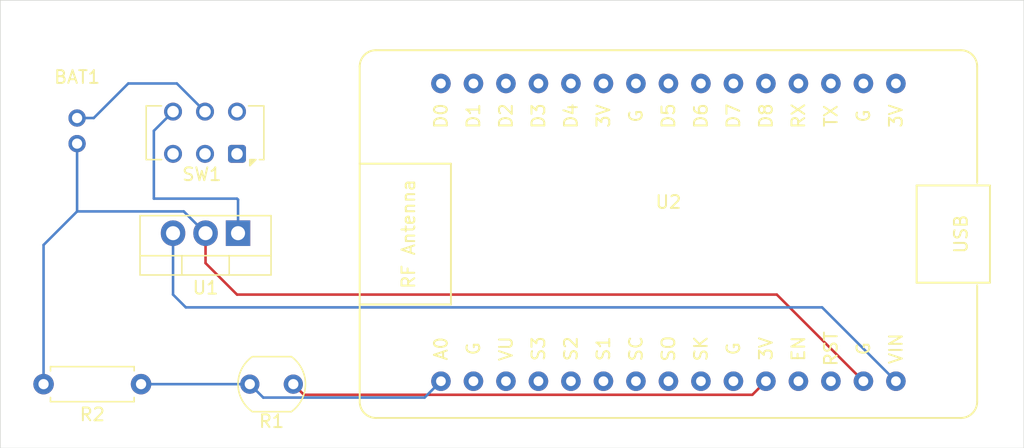
<source format=kicad_pcb>
(kicad_pcb (version 20240108) (generator "pcbnew") (generator_version "8.0")
  (layers (0 "F.Cu" signal) (31 "B.Cu" signal) (34 "B.Paste" user) (35 "F.Paste" user) (36 "B.SilkS" user "B.Silkscreen") (37 "F.SilkS" user "F.Silkscreen") (38 "B.Mask" user) (39 "F.Mask" user) (44 "Edge.Cuts" user))
  (net 0 "")
  (net 1 "GND")
  (net 2 "+9V")
  (net 3 "+3V3")
  (net 4 "Net-(U2-A0(ADC0))")
  (net 7 "Net-(U1-VI)")
  (net 10 "+5V")
  (footprint "Package_TO_SOT_THT:TO-220-3_Vertical" (layer "F.Cu") (at 150.08 87.7 180)
    (property "Reference" "U1" (at 2.54 -4.27 0) (layer "F.SilkS"))
    (property "Value" "DC-DC_Converter_Step-Down_5V_1A" (hide yes))
    (fp_line (start 7.66 -3.27) (end 7.66 1.371) (stroke (width 0.12)) (layer "F.SilkS"))
    (fp_line (start 4.391 -3.27) (end 4.391 -1.76) (stroke (width 0.12)) (layer "F.SilkS"))
    (fp_line (start 0.69 -3.27) (end 0.69 -1.76) (stroke (width 0.12)) (layer "F.SilkS"))
    (fp_line (start -2.58 1.371) (end 7.66 1.371) (stroke (width 0.12)) (layer "F.SilkS"))
    (fp_line (start -2.58 -1.76) (end 7.66 -1.76) (stroke (width 0.12)) (layer "F.SilkS"))
    (fp_line (start -2.58 -3.27) (end 7.66 -3.27) (stroke (width 0.12)) (layer "F.SilkS"))
    (fp_line (start -2.58 -3.27) (end -2.58 1.371) (stroke (width 0.12)) (layer "F.SilkS"))
    (pad "1" thru_hole rect (at 0 0 180) (size 1.905 2) (drill 1.1) (layers "*.Cu" "*.Mask") (net 7 "Net-(U1-VI)"))
    (pad "2" thru_hole oval (at 2.54 0 180) (size 1.905 2) (drill 1.1) (layers "*.Cu" "*.Mask") (net 1 "GND"))
    (pad "3" thru_hole oval (at 5.08 0 180) (size 1.905 2) (drill 1.1) (layers "*.Cu" "*.Mask") (net 10 "+5V"))
  )
  (footprint "Resistor_THT:R_Axial_DIN0207_L6.3mm_D2.5mm_P7.62mm_Horizontal" (layer "F.Cu") (at 142.5 99.5 180)
    (property "Reference" "R2" (at 3.81 -2.37 0) (layer "F.SilkS"))
    (property "Value" "10ΚΩ")
    (fp_line (start 7.08 1.37) (end 7.08 1.04) (stroke (width 0.12)) (layer "F.SilkS"))
    (fp_line (start 7.08 -1.37) (end 7.08 -1.04) (stroke (width 0.12)) (layer "F.SilkS"))
    (fp_line (start 0.54 1.37) (end 7.08 1.37) (stroke (width 0.12)) (layer "F.SilkS"))
    (fp_line (start 0.54 1.04) (end 0.54 1.37) (stroke (width 0.12)) (layer "F.SilkS"))
    (fp_line (start 0.54 -1.04) (end 0.54 -1.37) (stroke (width 0.12)) (layer "F.SilkS"))
    (fp_line (start 0.54 -1.37) (end 7.08 -1.37) (stroke (width 0.12)) (layer "F.SilkS"))
    (pad "1" thru_hole circle (at 0 0 180) (size 1.6 1.6) (drill 0.8) (layers "*.Cu" "*.Mask") (net 4 "Net-(U2-A0(ADC0))"))
    (pad "2" thru_hole oval (at 7.62 0 180) (size 1.6 1.6) (drill 0.8) (layers "*.Cu" "*.Mask") (net 1 "GND"))
  )
  (footprint "OptoDevice:R_LDR_5.1x4.3mm_P3.4mm_Vertical" (layer "F.Cu") (at 154.4 99.5 180)
    (property "Reference" "R1" (at 1.7 -2.9 0) (layer "F.SilkS"))
    (property "Value" "Photo Resistor LDR 5mm")
    (fp_line (start 0.15 2.15) (end 3.2 2.15) (stroke (width 0.12)) (layer "F.SilkS"))
    (fp_line (start 0.15 -2.15) (end 3.2 -2.15) (stroke (width 0.12)) (layer "F.SilkS"))
    (fp_arc (start 3.2 -2.15) (mid 4.321403 -0.027338) (end 3.244513 2.118249) (stroke (width 0.12)) (layer "F.SilkS"))
    (fp_arc (start 0.15 2.15) (mid -0.950438 -0.013368) (end 0.171766 -2.165525) (stroke (width 0.12)) (layer "F.SilkS"))
    (pad "1" thru_hole circle (at 0 0 180) (size 1.5 1.5) (drill 0.8) (layers "*.Cu" "*.Mask") (net 3 "+3V3"))
    (pad "2" thru_hole circle (at 3.4 0 180) (size 1.5 1.5) (drill 0.8) (layers "*.Cu" "*.Mask") (net 4 "Net-(U2-A0(ADC0))"))
  )
  (footprint "! Grobotronics:Battery_Clip_9V" (layer "F.Cu") (at 137.5 79.2)
    (property "Reference" "BAT1" (at 0 -3.7 0) (layer "F.SilkS"))
    (property "Value" "Battery Clip 9V" (hide yes))
    (pad "+" thru_hole oval (at 0 -0.5) (size 1.35 1.35) (drill 0.8) (layers "*.Cu" "*.Mask") (net 2 "+9V"))
    (pad "-" thru_hole oval (at 0 1.5) (size 1.35 1.35) (drill 0.8) (layers "*.Cu" "*.Mask") (net 1 "GND"))
  )
  (footprint "! Grobotronics:NodeMCU - Lua based ESP8266" (layer "F.Cu") (at 183.72 87.77 90)
    (property "Reference" "U2" (at 2.5 0 0) (layer "F.SilkS"))
    (property "Value" "NodeMCU_Lua_based_ESP8266")
    (fp_line (start 13.101974 -24.13) (end -13 -24.13) (stroke (width 0.15)) (layer "F.SilkS"))
    (fp_line (start 5.5 -24.13) (end 5.5 -17) (stroke (width 0.15)) (layer "F.SilkS"))
    (fp_line (start 14.371974 -22.86) (end 14.371974 22.86) (stroke (width 0.15)) (layer "F.SilkS"))
    (fp_line (start -14.371974 -22.86) (end -14.371974 22.86) (stroke (width 0.15)) (layer "F.SilkS"))
    (fp_line (start 5.5 -17) (end -5.5 -17) (stroke (width 0.15)) (layer "F.SilkS"))
    (fp_line (start -5.5 -17) (end -5.5 -24.13) (stroke (width 0.15)) (layer "F.SilkS"))
    (fp_line (start 3.8 19.4) (end 3.8 25.13) (stroke (width 0.15)) (layer "F.SilkS"))
    (fp_line (start -3.8 19.4) (end 3.8 19.4) (stroke (width 0.15)) (layer "F.SilkS"))
    (fp_line (start 13.111974 24.13) (end 4 24.13) (stroke (width 0.15)) (layer "F.SilkS"))
    (fp_line (start -4 24.13) (end -13.101974 24.13) (stroke (width 0.15)) (layer "F.SilkS"))
    (fp_line (start 3.8 25.13) (end -3.8 25.13) (stroke (width 0.15)) (layer "F.SilkS"))
    (fp_line (start -3.8 25.13) (end -3.8 19.4) (stroke (width 0.15)) (layer "F.SilkS"))
    (fp_arc (start 13.101974 -24.13) (mid 14.000016 -23.758035) (end 14.371974 -22.86) (stroke (width 0.15)) (layer "F.SilkS"))
    (fp_arc (start -14.371974 -22.86) (mid -14 -23.758026) (end -13.101974 -24.13) (stroke (width 0.15)) (layer "F.SilkS"))
    (fp_arc (start 14.371974 22.86) (mid 13.999994 23.758021) (end 13.101974 24.13) (stroke (width 0.15)) (layer "F.SilkS"))
    (fp_arc (start -13.101974 24.13) (mid -14 23.758026) (end -14.371974 22.86) (stroke (width 0.15)) (layer "F.SilkS"))
    (fp_text user "D4" (at 9.23 -7.62 90) (layer "F.SilkS"))
    (fp_text user "S2" (at -8.96 -7.62 90) (layer "F.SilkS"))
    (fp_text user "SO" (at -8.96 0 90) (layer "F.SilkS"))
    (fp_text user "TX" (at 9.23 12.7 90) (layer "F.SilkS"))
    (fp_text user "G" (at 9.23 15.24 90) (layer "F.SilkS"))
    (fp_text user "D8" (at 9.23 7.62 90) (layer "F.SilkS"))
    (fp_text user "SK" (at -8.96 2.54 90) (layer "F.SilkS"))
    (fp_text user "G" (at 9.23 -2.54 90) (layer "F.SilkS"))
    (fp_text user "D6" (at 9.23 2.54 90) (layer "F.SilkS"))
    (fp_text user "3V" (at 9.23 17.78 90) (layer "F.SilkS"))
    (fp_text user "USB" (at 0 22.86 90) (layer "F.SilkS"))
    (fp_text user "RF Antenna" (at 0 -20.32 90) (layer "F.SilkS"))
    (fp_text user "3V" (at -8.96 7.62 90) (layer "F.SilkS"))
    (fp_text user "VU" (at -8.96 -12.7 90) (layer "F.SilkS"))
    (fp_text user "EN" (at -8.96 10.16 90) (layer "F.SilkS"))
    (fp_text user "A0" (at -8.96 -17.78 90) (layer "F.SilkS"))
    (fp_text user "RST" (at -8.96 12.7 90) (layer "F.SilkS"))
    (fp_text user "D7" (at 9.23 5.08 90) (layer "F.SilkS"))
    (fp_text user "S1" (at -8.96 -5.08 90) (layer "F.SilkS"))
    (fp_text user "D0" (at 9.23 -17.78 90) (layer "F.SilkS"))
    (fp_text user "D2" (at 9.23 -12.7 90) (layer "F.SilkS"))
    (fp_text user "D3" (at 9.23 -10.16 90) (layer "F.SilkS"))
    (fp_text user "S3" (at -8.96 -10.16 90) (layer "F.SilkS"))
    (fp_text user "RX" (at 9.23 10.16 90) (layer "F.SilkS"))
    (fp_text user "D5" (at 9.23 0 90) (layer "F.SilkS"))
    (fp_text user "G" (at -8.96 15.24 90) (layer "F.SilkS"))
    (fp_text user "D1" (at 9.23 -15.24 90) (layer "F.SilkS"))
    (fp_text user "SC" (at -8.96 -2.54 90) (layer "F.SilkS"))
    (fp_text user "G" (at -8.96 -15.24 90) (layer "F.SilkS"))
    (fp_text user "G" (at -8.96 5.08 90) (layer "F.SilkS"))
    (fp_text user "3V" (at 9.23 -5.08 90) (layer "F.SilkS"))
    (fp_text user "VIN" (at -8.96 17.78 90) (layer "F.SilkS"))
    (pad "1" thru_hole circle (at -11.5 -17.78 90) (size 1.524 1.524) (drill 0.762) (layers "*.Cu" "*.Mask") (net 4 "Net-(U2-A0(ADC0))"))
    (pad "2" thru_hole circle (at -11.5 -15.24 90) (size 1.524 1.524) (drill 0.762) (layers "*.Cu" "*.Mask"))
    (pad "3" thru_hole circle (at -11.5 -12.7 90) (size 1.524 1.524) (drill 0.762) (layers "*.Cu" "*.Mask"))
    (pad "4" thru_hole circle (at -11.5 -10.16 90) (size 1.524 1.524) (drill 0.762) (layers "*.Cu" "*.Mask"))
    (pad "5" thru_hole circle (at -11.5 -7.62 90) (size 1.524 1.524) (drill 0.762) (layers "*.Cu" "*.Mask"))
    (pad "6" thru_hole circle (at -11.5 -5.08 90) (size 1.524 1.524) (drill 0.762) (layers "*.Cu" "*.Mask"))
    (pad "7" thru_hole circle (at -11.5 -2.54 90) (size 1.524 1.524) (drill 0.762) (layers "*.Cu" "*.Mask"))
    (pad "8" thru_hole circle (at -11.5 0 90) (size 1.524 1.524) (drill 0.762) (layers "*.Cu" "*.Mask"))
    (pad "9" thru_hole circle (at -11.5 2.54 90) (size 1.524 1.524) (drill 0.762) (layers "*.Cu" "*.Mask"))
    (pad "10" thru_hole circle (at -11.5 5.08 90) (size 1.524 1.524) (drill 0.762) (layers "*.Cu" "*.Mask"))
    (pad "11" thru_hole circle (at -11.5 7.62 90) (size 1.524 1.524) (drill 0.762) (layers "*.Cu" "*.Mask") (net 3 "+3V3"))
    (pad "12" thru_hole circle (at -11.5 10.16 90) (size 1.524 1.524) (drill 0.762) (layers "*.Cu" "*.Mask"))
    (pad "13" thru_hole circle (at -11.5 12.7 90) (size 1.524 1.524) (drill 0.762) (layers "*.Cu" "*.Mask"))
    (pad "14" thru_hole circle (at -11.5 15.24 90) (size 1.524 1.524) (drill 0.762) (layers "*.Cu" "*.Mask") (net 1 "GND"))
    (pad "15" thru_hole circle (at -11.5 17.78 90) (size 1.524 1.524) (drill 0.762) (layers "*.Cu" "*.Mask") (net 10 "+5V"))
    (pad "16" thru_hole circle (at 11.77 17.78 90) (size 1.524 1.524) (drill 0.762) (layers "*.Cu" "*.Mask"))
    (pad "17" thru_hole circle (at 11.77 15.24 90) (size 1.524 1.524) (drill 0.762) (layers "*.Cu" "*.Mask"))
    (pad "18" thru_hole circle (at 11.77 12.7 90) (size 1.524 1.524) (drill 0.762) (layers "*.Cu" "*.Mask"))
    (pad "19" thru_hole circle (at 11.77 10.16 90) (size 1.524 1.524) (drill 0.762) (layers "*.Cu" "*.Mask"))
    (pad "20" thru_hole circle (at 11.77 7.62 90) (size 1.524 1.524) (drill 0.762) (layers "*.Cu" "*.Mask"))
    (pad "21" thru_hole circle (at 11.77 5.08 90) (size 1.524 1.524) (drill 0.762) (layers "*.Cu" "*.Mask"))
    (pad "22" thru_hole circle (at 11.77 2.54 90) (size 1.524 1.524) (drill 0.762) (layers "*.Cu" "*.Mask"))
    (pad "23" thru_hole circle (at 11.77 0 90) (size 1.524 1.524) (drill 0.762) (layers "*.Cu" "*.Mask"))
    (pad "24" thru_hole circle (at 11.77 -2.54 90) (size 1.524 1.524) (drill 0.762) (layers "*.Cu" "*.Mask"))
    (pad "25" thru_hole circle (at 11.77 -5.08 90) (size 1.524 1.524) (drill 0.762) (layers "*.Cu" "*.Mask"))
    (pad "26" thru_hole circle (at 11.77 -7.62 90) (size 1.524 1.524) (drill 0.762) (layers "*.Cu" "*.Mask"))
    (pad "27" thru_hole circle (at 11.77 -10.16 90) (size 1.524 1.524) (drill 0.762) (layers "*.Cu" "*.Mask"))
    (pad "28" thru_hole circle (at 11.77 -12.7 90) (size 1.524 1.524) (drill 0.762) (layers "*.Cu" "*.Mask"))
    (pad "29" thru_hole circle (at 11.77 -15.24 90) (size 1.524 1.524) (drill 0.762) (layers "*.Cu" "*.Mask"))
    (pad "30" thru_hole circle (at 11.77 -17.78 90) (size 1.524 1.524) (drill 0.762) (layers "*.Cu" "*.Mask"))
  )
  (footprint "Button_Switch_THT:SW_CK_JS202011CQN_DPDT_Straight" (layer "F.Cu") (at 150 81.5 180)
    (property "Reference" "SW1" (at 2.75 -1.6 0) (layer "F.SilkS"))
    (property "Value" "Slide_Switch_DPDT_ON-ON_0.3A/6VDC" (hide yes))
    (fp_line (start 7.1 3.75) (end 5.9 3.75) (stroke (width 0.12)) (layer "F.SilkS"))
    (fp_line (start 7.1 -0.45) (end 7.1 3.75) (stroke (width 0.12)) (layer "F.SilkS"))
    (fp_line (start 5.9 -0.45) (end 7.1 -0.45) (stroke (width 0.12)) (layer "F.SilkS"))
    (fp_line (start -1.75 -0.45) (end -2.1 -0.45) (stroke (width 0.12)) (layer "F.SilkS"))
    (fp_line (start -2.1 3.75) (end -0.9 3.75) (stroke (width 0.12)) (layer "F.SilkS"))
    (fp_line (start -2.1 -0.45) (end -2.1 3.75) (stroke (width 0.12)) (layer "F.SilkS"))
    (fp_poly (pts (xy -1 -0.45) (xy -1.48 -0.45) (xy -1 -0.93) (xy -1 -0.45)) (stroke (width 0.12)) (fill solid) (layer "F.SilkS"))
    (pad "1" thru_hole roundrect (at 0 0 180) (size 1.4 1.4) (drill 0.9) (layers "*.Cu" "*.Mask") (roundrect_rratio 0.1785714286))
    (pad "2" thru_hole circle (at 2.5 0 180) (size 1.4 1.4) (drill 0.9) (layers "*.Cu" "*.Mask"))
    (pad "3" thru_hole circle (at 5 0 180) (size 1.4 1.4) (drill 0.9) (layers "*.Cu" "*.Mask"))
    (pad "4" thru_hole circle (at 5 3.3 180) (size 1.4 1.4) (drill 0.9) (layers "*.Cu" "*.Mask") (net 7 "Net-(U1-VI)"))
    (pad "5" thru_hole circle (at 2.5 3.3 180) (size 1.4 1.4) (drill 0.9) (layers "*.Cu" "*.Mask") (net 2 "+9V"))
    (pad "6" thru_hole circle (at 0 3.3 180) (size 1.4 1.4) (drill 0.9) (layers "*.Cu" "*.Mask"))
  )
  (gr_rect (start 131.5 69.5) (end 211.5 104.5) (stroke (width 0.05)) (fill none) (layer "Edge.Cuts"))
  (segment (start 192.19 92.5) (end 198.96 99.27) (width 0.2) (layer "F.Cu") (net 1))
  (segment (start 150 92.5) (end 192.19 92.5) (width 0.2) (layer "F.Cu") (net 1))
  (segment (start 147.54 90.04) (end 150 92.5) (width 0.2) (layer "F.Cu") (net 1))
  (segment (start 147.54 87.7) (end 147.54 90.04) (width 0.2) (layer "F.Cu") (net 1))
  (segment (start 147.54 87.7) (end 145.84 86) (width 0.2) (layer "B.Cu") (net 1))
  (segment (start 145.84 86) (end 137.5 86) (width 0.2) (layer "B.Cu") (net 1))
  (segment (start 137.5 86) (end 137.5 80.7) (width 0.2) (layer "B.Cu") (net 1))
  (segment (start 134.88 99.5) (end 134.88 88.62) (width 0.2) (layer "B.Cu") (net 1))
  (segment (start 134.88 88.62) (end 137.5 86) (width 0.2) (layer "B.Cu") (net 1))
  (segment (start 145.3 76) (end 147.5 78.2) (width 0.2) (layer "B.Cu") (net 2))
  (segment (start 137.5 78.7) (end 138.8 78.7) (width 0.2) (layer "B.Cu") (net 2))
  (segment (start 141.5 76) (end 145.3 76) (width 0.2) (layer "B.Cu") (net 2))
  (segment (start 138.8 78.7) (end 141.5 76) (width 0.2) (layer "B.Cu") (net 2))
  (segment (start 190.278 100.332) (end 155.232 100.332) (width 0.2) (layer "F.Cu") (net 3))
  (segment (start 155.232 100.332) (end 154.4 99.5) (width 0.2) (layer "F.Cu") (net 3))
  (segment (start 191.34 99.27) (end 190.278 100.332) (width 0.2) (layer "F.Cu") (net 3))
  (segment (start 142.5 99.5) (end 151 99.5) (width 0.2) (layer "B.Cu") (net 4))
  (segment (start 151 99.5) (end 152.05 100.55) (width 0.2) (layer "B.Cu") (net 4))
  (segment (start 164.66 100.55) (end 165.94 99.27) (width 0.2) (layer "B.Cu") (net 4))
  (segment (start 152.05 100.55) (end 164.66 100.55) (width 0.2) (layer "B.Cu") (net 4))
  (segment (start 150.08 85.08) (end 150 85) (width 0.2) (layer "B.Cu") (net 7))
  (segment (start 150.08 87.7) (end 150.08 85.08) (width 0.2) (layer "B.Cu") (net 7))
  (segment (start 150 85) (end 143.5 85) (width 0.2) (layer "B.Cu") (net 7))
  (segment (start 143.5 85) (end 143.5 79.7) (width 0.2) (layer "B.Cu") (net 7))
  (segment (start 143.5 79.7) (end 145 78.2) (width 0.2) (layer "B.Cu") (net 7))
  (segment (start 145 87.7) (end 145 92.5) (width 0.2) (layer "B.Cu") (net 10))
  (segment (start 146 93.5) (end 195.73 93.5) (width 0.2) (layer "B.Cu") (net 10))
  (segment (start 145 92.5) (end 146 93.5) (width 0.2) (layer "B.Cu") (net 10))
  (segment (start 195.73 93.5) (end 201.5 99.27) (width 0.2) (layer "B.Cu") (net 10))
)
</source>
